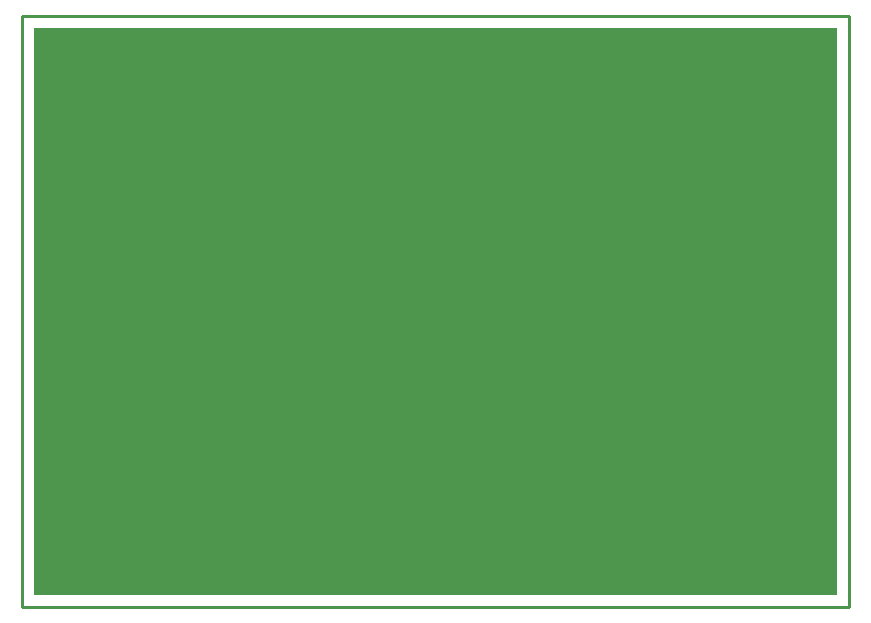
<source format=gbl>
G04 #@! TF.GenerationSoftware,KiCad,Pcbnew,6.0*
G04 #@! TF.CreationDate,2024-12-16T04:50:00+00:00*
G04 #@! TF.ProjectId,SmartHomeController,736D617274686F6D6520636F6E74726F,3.1*
G04 #@! TF.SameCoordinates,Original*
G04 #@! TF.FileFunction,Copper,L2,Bot*
G04 #@! TF.FilePolarity,Positive*
%FSLAX46Y46*%
G04 Gerber Fmt 4.6, Leading zero omitted, Abs format (unit mm)*
G04 Created by KiCad (PCBNEW 6.0) date 2024-12-16 04:50:00*
%MOMM*%
%LPD*%
G01*
G04 APERTURE LIST*
%ADD10C,0.250000*%
%ADD11C,0.500000*%
%ADD12R,1.700000X1.700000*%
%ADD13R,1.400000X1.000000*%
%ADD14R,2.500000X3.000000*%
%ADD15C,1.600000*%
%ADD16R,1.800000X1.000000*%
G04 APERTURE END LIST*
D10*
G04 Board Outline*
X0Y0D02*
X70000000Y0D01*
X70000000Y50000000D01*
X0Y50000000D01*
X0Y0D01*
G04 BOTTOM LAYER - GROUND PLANE*
G04 Maximum copper pour for heat dissipation and low impedance*
G04 Ground plane with thermal relief for vias*
G04 Define ground plane polygon*
G36*
X1000000Y1000000D02*
X69000000Y1000000D01*
X69000000Y49000000D01*
X1000000Y49000000D01*
X1000000Y1000000D01*
G37*
G04 Cutouts for isolation barrier (6mm gap between AC and DC)*
G04 AC section ground (top half)*
G36*
X2000000Y27000000D02*
X42000000Y27000000D01*
X42000000Y48000000D01*
X2000000Y48000000D01*
X2000000Y27000000D01*
G37*
G04 DC section ground (bottom half)*
G36*
X2000000Y2000000D02*
X68000000Y2000000D01*
X68000000Y25000000D01*
X2000000Y25000000D01*
X2000000Y2000000D01*
G37*
G04 Thermal vias for TRIAC heat dissipation*
D10*
X25000000Y41000000D03*
X26000000Y41000000D03*
X24000000Y41000000D03*
X25000000Y40000000D03*
X25000000Y42000000D03*
X30000000Y41000000D03*
X31000000Y41000000D03*
X29000000Y41000000D03*
X30000000Y40000000D03*
X30000000Y42000000D03*
X35000000Y41000000D03*
X36000000Y41000000D03*
X34000000Y41000000D03*
X35000000Y40000000D03*
X35000000Y42000000D03*
X40000000Y41000000D03*
X41000000Y41000000D03*
X39000000Y41000000D03*
X40000000Y40000000D03*
X40000000Y42000000D03*
G04 Ground vias throughout DC section*
X10000000Y10000000D03*
X20000000Y10000000D03*
X30000000Y10000000D03*
X40000000Y10000000D03*
X50000000Y10000000D03*
X60000000Y10000000D03*
X10000000Y15000000D03*
X20000000Y15000000D03*
X30000000Y15000000D03*
X40000000Y15000000D03*
X50000000Y15000000D03*
X60000000Y15000000D03*
X10000000Y20000000D03*
X20000000Y20000000D03*
X50000000Y20000000D03*
X60000000Y20000000D03*
G04 Component pads (mirrored from top)*
G04 ESP32-WROOM-32 module pads*
D12*
X35000000Y10000000D03*
X37000000Y10000000D03*
X39000000Y10000000D03*
X41000000Y10000000D03*
X43000000Y10000000D03*
X45000000Y10000000D03*
X35000000Y8000000D03*
X37000000Y8000000D03*
X39000000Y8000000D03*
X41000000Y8000000D03*
X43000000Y8000000D03*
X45000000Y8000000D03*
G04 TRIAC pads (TO-220)*
D14*
X25000000Y43000000D03*
X30000000Y43000000D03*
X35000000Y43000000D03*
X40000000Y43000000D03*
G04 MOC3041 Optocoupler pads (DIP-6)*
D13*
X22000000Y36000000D03*
X22000000Y34000000D03*
X22000000Y32000000D03*
X24000000Y36000000D03*
X24000000Y34000000D03*
X24000000Y32000000D03*
X27000000Y36000000D03*
X27000000Y34000000D03*
X27000000Y32000000D03*
X29000000Y36000000D03*
X29000000Y34000000D03*
X29000000Y32000000D03*
X32000000Y36000000D03*
X32000000Y34000000D03*
X32000000Y32000000D03*
X34000000Y36000000D03*
X34000000Y34000000D03*
X34000000Y32000000D03*
X37000000Y36000000D03*
X37000000Y34000000D03*
X37000000Y32000000D03*
X39000000Y36000000D03*
X39000000Y34000000D03*
X39000000Y32000000D03*
G04 HLK-PM01 power module pads*
D14*
X8000000Y43000000D03*
X8000000Y40000000D03*
X8000000Y37000000D03*
X8000000Y34000000D03*
G04 PC817 optocoupler (SOP-4)*
D13*
X10000000Y22000000D03*
X10000000Y24000000D03*
X12000000Y22000000D03*
X12000000Y24000000D03*
G04 Bridge rectifier (DF04M)*
D13*
X8000000Y22000000D03*
X8000000Y24000000D03*
X6000000Y22000000D03*
X6000000Y24000000D03*
G04 Resistor pads (SMD)*
D16*
X20000000Y32000000D03*
X21500000Y32000000D03*
X26000000Y32000000D03*
X27500000Y32000000D03*
X31000000Y32000000D03*
X32500000Y32000000D03*
X36000000Y32000000D03*
X37500000Y32000000D03*
G04 Capacitor pads (SMD)*
D16*
X15000000Y20000000D03*
X16500000Y20000000D03*
X40000000Y15000000D03*
X41500000Y15000000D03*
G04 Screw terminal pads*
D14*
G04 AC Input J1*
X3000000Y45000000D03*
X3000000Y40000000D03*
G04 AC Output J2*
X65000000Y45000000D03*
X65000000Y42500000D03*
X65000000Y40000000D03*
X65000000Y37500000D03*
X65000000Y35000000D03*
G04 Switch connector J3*
X60000000Y5000000D03*
X61500000Y5000000D03*
X63000000Y5000000D03*
X64500000Y5000000D03*
X66000000Y5000000D03*
G04 Mounting holes (M2.5)*
D15*
X3500000Y3500000D03*
X66500000Y3500000D03*
X3500000Y46500000D03*
X66500000Y46500000D03*
M02*

</source>
